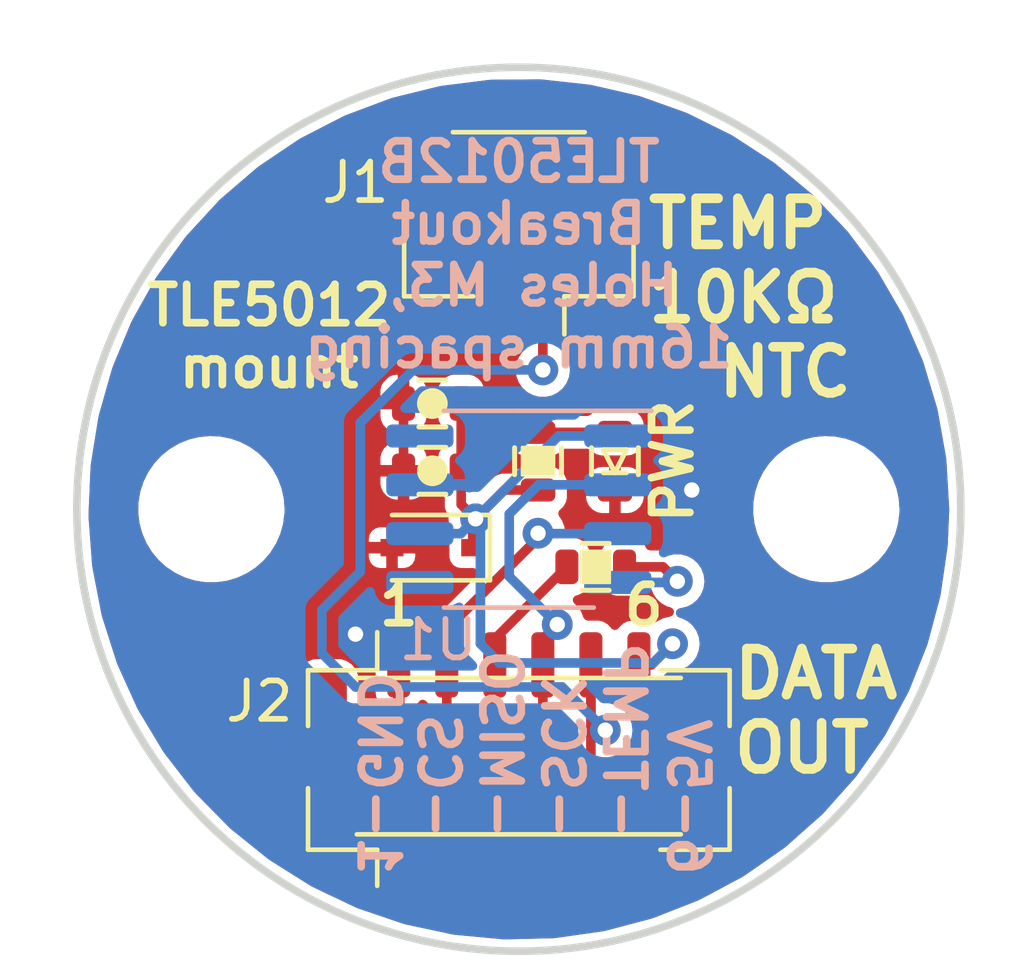
<source format=kicad_pcb>
(kicad_pcb (version 20211014) (generator pcbnew)
  (layers (0 "F.Cu" signal) (31 "B.Cu" signal) (34 "B.Paste" user) (35 "F.Paste" user) (36 "B.SilkS" user "B.Silkscreen") (37 "F.SilkS" user "F.Silkscreen") (38 "B.Mask" user) (39 "F.Mask" user) (44 "Edge.Cuts" user))
  (net 0 "")
  (net 1 "/H2{slash}SSC_DATA")
  (net 2 "GND")
  (net 3 "Net-(R2-Pad2)")
  (net 4 "Net-(D1-PadA)")
  (net 5 "+5V")
  (net 6 "/Temp")
  (net 7 "/H3{slash}CS")
  (net 8 "/H1{slash}SCK")
  (footprint "pkl_dipol:R_0603" (layer "F.Cu") (at 139 81.75 90)
    (fp_text reference "R1")
    (fp_text value "10k")
    (fp_line (start -0.35 -0.61) (end 0.35 -0.61) (layer "F.SilkS") (width 0.13))
    (fp_line (start 0.35 0.61) (end -0.35 0.61) (layer "F.SilkS") (width 0.13))
    (fp_poly (pts (xy 0.375 0.425) (xy 0.375 -0.425) (xy -0.375 -0.425) (xy -0.375 0.425) (xy 0.25 0.425)) (layer "F.SilkS") (width 0.05) (fill solid))
    (pad "1" smd roundrect locked (at -0.75 0 90) (size 0.6 0.9) (layers "F.Cu" "F.Paste" "F.Mask") (net 5 "+5V"))
    (pad "2" smd roundrect locked (at 0.75 0 90) (size 0.6 0.9) (layers "F.Cu" "F.Paste" "F.Mask") (net 4 "Net-(D1-PadA)"))
  )
  (footprint "pkl_dipol:R_0603" (layer "F.Cu") (at 140.5 84.5)
    (fp_text reference "R2")
    (fp_text value "470R")
    (fp_line (start -0.35 -0.61) (end 0.35 -0.61) (layer "F.SilkS") (width 0.13))
    (fp_line (start 0.35 0.61) (end -0.35 0.61) (layer "F.SilkS") (width 0.13))
    (fp_poly (pts (xy 0.375 0.425) (xy 0.375 -0.425) (xy -0.375 -0.425) (xy -0.375 0.425) (xy 0.25 0.425)) (layer "F.SilkS") (width 0.05) (fill solid))
    (pad "1" smd roundrect locked (at -0.75 0) (size 0.6 0.9) (layers "F.Cu" "F.Paste" "F.Mask") (net 1 "/H2{slash}SSC_DATA"))
    (pad "2" smd roundrect locked (at 0.75 0) (size 0.6 0.9) (layers "F.Cu" "F.Paste" "F.Mask") (net 3 "Net-(R2-Pad2)"))
  )
  (footprint "MountingHole:MountingHole_3.2mm_M3" (layer "F.Cu") (at 146.5 83)
    (fp_text reference "H2")
    (fp_text value "MountingHole")
    (pad "" np_thru_hole circle locked (at 0 0) (size 3.2 3.2) (drill 3.2) (layers *.Cu *.Mask))
  )
  (footprint "Connector_JST:JST_GH_BM06B-GHS-TBT_1x06-1MP_P1.25mm_Vertical" (layer "F.Cu") (at 138.5 90)
    (fp_text reference "J2" (at -6.75 -2) (layer "F.SilkS"))
    (fp_text value "Conn_01x06")
    (fp_line (start 5.485 1.86) (end 3.685 1.86) (layer "F.SilkS") (width 0.12))
    (fp_line (start 5.485 0.26) (end 5.485 1.86) (layer "F.SilkS") (width 0.12))
    (fp_line (start -3.685 1.86) (end -3.685 2.8) (layer "F.SilkS") (width 0.12))
    (fp_line (start -4.215 -2.61) (end 4.215 -2.61) (layer "F.SilkS") (width 0.12))
    (fp_line (start -5.485 1.86) (end -3.685 1.86) (layer "F.SilkS") (width 0.12))
    (fp_line (start -5.485 0.26) (end -5.485 1.86) (layer "F.SilkS") (width 0.12))
    (pad "1" smd roundrect locked (at -3.125 1.95) (size 0.6 1.7) (layers "F.Cu" "F.Paste" "F.Mask") (net 2 "GND"))
    (pad "2" smd roundrect locked (at -1.875 1.95) (size 0.6 1.7) (layers "F.Cu" "F.Paste" "F.Mask") (net 7 "/H3{slash}CS"))
    (pad "3" smd roundrect locked (at -0.625 1.95) (size 0.6 1.7) (layers "F.Cu" "F.Paste" "F.Mask") (net 1 "/H2{slash}SSC_DATA"))
    (pad "4" smd roundrect locked (at 0.625 1.95) (size 0.6 1.7) (layers "F.Cu" "F.Paste" "F.Mask") (net 8 "/H1{slash}SCK"))
    (pad "5" smd roundrect locked (at 1.875 1.95) (size 0.6 1.7) (layers "F.Cu" "F.Paste" "F.Mask") (net 6 "/Temp"))
    (pad "6" smd roundrect locked (at 3.125 1.95) (size 0.6 1.7) (layers "F.Cu" "F.Paste" "F.Mask") (net 5 "+5V"))
    (pad "MP" smd roundrect locked (at 4.975 -1.4) (size 1 2.8) (layers "F.Cu" "F.Paste" "F.Mask"))
    (pad "MP" smd roundrect locked (at -4.975 -1.4) (size 1 2.8) (layers "F.Cu" "F.Paste" "F.Mask"))
  )
  (footprint "MountingHole:MountingHole_3.2mm_M3" (layer "F.Cu") (at 130.5 83)
    (fp_text reference "H1")
    (fp_text value "MountingHole")
    (pad "" np_thru_hole circle locked (at 0 0) (size 3.2 3.2) (drill 3.2) (layers *.Cu *.Mask))
  )
  (footprint "Connector_JST:JST_GH_SM02B-GHS-TB_1x02-1MP_P1.25mm_Horizontal" (layer "F.Cu") (at 138.5 75.75 180)
    (fp_text reference "J1" (at 4.25 1.25 180) (layer "F.SilkS"))
    (fp_text value "Conn_01x02")
    (fp_line (start 2.985 -0.26) (end 2.985 -1.71) (layer "F.SilkS") (width 0.12))
    (fp_line (start -1.715 2.56) (end 1.715 2.56) (layer "F.SilkS") (width 0.12))
    (fp_line (start -2.985 -1.71) (end -1.185 -1.71) (layer "F.SilkS") (width 0.12))
    (fp_line (start -1.185 -1.71) (end -1.185 -2.7) (layer "F.SilkS") (width 0.12))
    (fp_line (start 2.985 -1.71) (end 1.185 -1.71) (layer "F.SilkS") (width 0.12))
    (fp_line (start -2.985 -0.26) (end -2.985 -1.71) (layer "F.SilkS") (width 0.12))
    (pad "1" smd roundrect locked (at -0.625 -1.85 180) (size 0.6 1.7) (layers "F.Cu" "F.Paste" "F.Mask") (net 6 "/Temp"))
    (pad "2" smd roundrect locked (at 0.625 -1.85 180) (size 0.6 1.7) (layers "F.Cu" "F.Paste" "F.Mask") (net 2 "GND"))
    (pad "MP" smd roundrect locked (at -2.475 1.35 180) (size 1 2.7) (layers "F.Cu" "F.Paste" "F.Mask"))
    (pad "MP" smd roundrect locked (at 2.475 1.35 180) (size 1 2.7) (layers "F.Cu" "F.Paste" "F.Mask"))
  )
  (footprint "Connector_JST:JST_GH_SM06B-GHS-TB_1x06-1MP_P1.25mm_Horizontal" (layer "F.Cu") (at 138.5 88.9)
    (fp_text reference "J3")
    (fp_text value "Conn_01x06")
    (fp_line (start -4.215 2.56) (end 4.215 2.56) (layer "F.SilkS") (width 0.12))
    (fp_line (start 5.485 -0.26) (end 5.485 -1.71) (layer "F.SilkS") (width 0.12))
    (fp_line (start 5.485 -1.71) (end 3.685 -1.71) (layer "F.SilkS") (width 0.12))
    (fp_line (start -3.685 -1.71) (end -3.685 -2.7) (layer "F.SilkS") (width 0.12))
    (fp_line (start -5.485 -0.26) (end -5.485 -1.71) (layer "F.SilkS") (width 0.12))
    (fp_line (start -5.485 -1.71) (end -3.685 -1.71) (layer "F.SilkS") (width 0.12))
    (pad "1" smd roundrect locked (at -3.125 -1.85) (size 0.6 1.7) (layers "F.Cu" "F.Paste" "F.Mask") (net 2 "GND"))
    (pad "2" smd roundrect locked (at -1.875 -1.85) (size 0.6 1.7) (layers "F.Cu" "F.Paste" "F.Mask") (net 7 "/H3{slash}CS"))
    (pad "3" smd roundrect locked (at -0.625 -1.85) (size 0.6 1.7) (layers "F.Cu" "F.Paste" "F.Mask") (net 1 "/H2{slash}SSC_DATA"))
    (pad "4" smd roundrect locked (at 0.625 -1.85) (size 0.6 1.7) (layers "F.Cu" "F.Paste" "F.Mask") (net 8 "/H1{slash}SCK"))
    (pad "5" smd roundrect locked (at 1.875 -1.85) (size 0.6 1.7) (layers "F.Cu" "F.Paste" "F.Mask") (net 6 "/Temp"))
    (pad "6" smd roundrect locked (at 3.125 -1.85) (size 0.6 1.7) (layers "F.Cu" "F.Paste" "F.Mask") (net 5 "+5V"))
    (pad "MP" smd roundrect locked (at -4.975 1.35) (size 1 2.7) (layers "F.Cu" "F.Paste" "F.Mask"))
    (pad "MP" smd roundrect locked (at 4.975 1.35) (size 1 2.7) (layers "F.Cu" "F.Paste" "F.Mask"))
  )
  (footprint "pkl_dipol:D_0603" (layer "F.Cu") (at 141 81.75 90)
    (fp_text reference "D1")
    (fp_text value "GREEN LED")
    (fp_line (start 0.3 0.3) (end -0.3 0) (layer "F.SilkS") (width 0.13))
    (fp_line (start 0.3 -0.3) (end 0.3 0.3) (layer "F.SilkS") (width 0.13))
    (fp_line (start 0.35 0.61) (end -0.35 0.61) (layer "F.SilkS") (width 0.13))
    (fp_line (start -0.3 -0.3) (end -0.3 0.3) (layer "F.SilkS") (width 0.13))
    (fp_line (start -0.3 0) (end 0.3 -0.3) (layer "F.SilkS") (width 0.13))
    (fp_line (start -0.35 -0.61) (end 0.35 -0.61) (layer "F.SilkS") (width 0.13))
    (pad "A" smd roundrect locked (at 0.75 0 270) (size 0.6 0.9) (layers "F.Cu" "F.Paste" "F.Mask") (net 4 "Net-(D1-PadA)"))
    (pad "C" smd roundrect locked (at -0.75 0 270) (size 0.6 0.9) (layers "F.Cu" "F.Paste" "F.Mask") (net 2 "GND"))
  )
  (footprint "Diode_SMD:D_SOD-323" (layer "F.Cu") (at 136.25 84 180)
    (fp_text reference "D2")
    (fp_text value "SD05-01FTG")
    (fp_line (start -1.5 0.85) (end 1.05 0.85) (layer "F.SilkS") (width 0.12))
    (fp_line (start -1.5 -0.85) (end -1.5 0.85) (layer "F.SilkS") (width 0.12))
    (fp_line (start -1.5 -0.85) (end 1.05 -0.85) (layer "F.SilkS") (width 0.12))
    (pad "1" smd rect locked (at -1.05 0 180) (size 0.6 0.45) (layers "F.Cu" "F.Paste" "F.Mask") (net 5 "+5V"))
    (pad "2" smd rect locked (at 1.05 0 180) (size 0.6 0.45) (layers "F.Cu" "F.Paste" "F.Mask") (net 2 "GND"))
  )
  (footprint "pkl_dipol:C_0603" (layer "F.Cu") (at 136.25 80.25 180)
    (fp_text reference "C1")
    (fp_text value "1uf")
    (fp_line (start 0.35 0.61) (end -0.35 0.61) (layer "F.SilkS") (width 0.13))
    (fp_line (start -0.35 -0.61) (end 0.35 -0.61) (layer "F.SilkS") (width 0.13))
    (fp_circle (center 0 0) (end 0.2 0) (layer "F.SilkS") (width 0.4) (fill none))
    (pad "1" smd roundrect locked (at -0.75 0 180) (size 0.6 0.9) (layers "F.Cu" "F.Paste" "F.Mask") (net 5 "+5V"))
    (pad "2" smd roundrect locked (at 0.75 0 180) (size 0.6 0.9) (layers "F.Cu" "F.Paste" "F.Mask") (net 2 "GND"))
  )
  (footprint "pkl_dipol:C_0603" (layer "F.Cu") (at 136.25 82 180)
    (fp_text reference "C2")
    (fp_text value "4.7uf")
    (fp_line (start 0.35 0.61) (end -0.35 0.61) (layer "F.SilkS") (width 0.13))
    (fp_line (start -0.35 -0.61) (end 0.35 -0.61) (layer "F.SilkS") (width 0.13))
    (fp_circle (center 0 0) (end 0.2 0) (layer "F.SilkS") (width 0.4) (fill none))
    (pad "1" smd roundrect locked (at -0.75 0 180) (size 0.6 0.9) (layers "F.Cu" "F.Paste" "F.Mask") (net 5 "+5V"))
    (pad "2" smd roundrect locked (at 0.75 0 180) (size 0.6 0.9) (layers "F.Cu" "F.Paste" "F.Mask") (net 2 "GND"))
  )
  (footprint "Package_SO:SO-8_3.9x4.9mm_P1.27mm" (layer "B.Cu") (at 138.5 83 180)
    (fp_text reference "U1" (at 2.1 -3.4) (layer "B.SilkS") (effects (justify mirror)))
    (fp_text value "TLE5012")
    (fp_line (start 0 2.56) (end -3.45 2.56) (layer "B.SilkS") (width 0.12))
    (fp_line (start 0 -2.56) (end 1.95 -2.56) (layer "B.SilkS") (width 0.12))
    (fp_line (start 0 -2.56) (end -1.95 -2.56) (layer "B.SilkS") (width 0.12))
    (fp_line (start 0 2.56) (end 1.95 2.56) (layer "B.SilkS") (width 0.12))
    (pad "1" smd roundrect locked (at -2.575 1.905 180) (size 1.75 0.6) (layers "B.Cu" "B.Paste" "B.Mask") (net 5 "+5V"))
    (pad "2" smd roundrect locked (at -2.575 0.635 180) (size 1.75 0.6) (layers "B.Cu" "B.Paste" "B.Mask") (net 8 "/H1{slash}SCK"))
    (pad "3" smd roundrect locked (at -2.575 -0.635 180) (size 1.75 0.6) (layers "B.Cu" "B.Paste" "B.Mask") (net 7 "/H3{slash}CS"))
    (pad "4" smd roundrect locked (at -2.575 -1.905 180) (size 1.75 0.6) (layers "B.Cu" "B.Paste" "B.Mask") (net 3 "Net-(R2-Pad2)"))
    (pad "5" smd roundrect locked (at 2.575 -1.905 180) (size 1.75 0.6) (layers "B.Cu" "B.Paste" "B.Mask"))
    (pad "6" smd roundrect locked (at 2.575 -0.635 180) (size 1.75 0.6) (layers "B.Cu" "B.Paste" "B.Mask") (net 5 "+5V"))
    (pad "7" smd roundrect locked (at 2.575 0.635 180) (size 1.75 0.6) (layers "B.Cu" "B.Paste" "B.Mask") (net 2 "GND"))
    (pad "8" smd roundrect locked (at 2.575 1.905 180) (size 1.75 0.6) (layers "B.Cu" "B.Paste" "B.Mask"))
  )
  (gr_circle (center 138.5 83) (end 150 83) (layer "Edge.Cuts") (width 0.2) (fill none))
  (gr_text "TLE5012B\nBreakout\nHoles M3, \n16mm spacing" (at 138.5 76.375) (layer "B.SilkS") (effects (font (size 1 1) (thickness 0.2)) (justify mirror)))
  (gr_text "\n -TEMP\n -SCK\n -MISO\n -CS\n" (at 139.625 92.4375 270) (layer "B.SilkS") (effects (font (size 1 1) (thickness 0.2)) (justify left mirror)))
  (gr_text "6-5V\n\n\n\n\n1-GND" (at 138.875 92.625 270) (layer "B.SilkS") (effects (font (size 1 1) (thickness 0.2)) (justify left mirror)))
  (gr_text "DATA\nOUT\n" (at 143.985 88.25) (layer "F.SilkS") (effects (font (size 1.2 1.2) (thickness 0.25)) (justify left)))
  (gr_text "6" (at 141.75 85.5) (layer "F.SilkS") (effects (font (size 1 1) (thickness 0.2))))
  (gr_text "TLE5012\nmount" (at 132 78.5) (layer "F.SilkS") (effects (font (size 1 1) (thickness 0.2))))
  (gr_text "TEMP\n10KΩ\n  NTC" (at 141.75 77.5) (layer "F.SilkS") (effects (font (size 1.2 1.2) (thickness 0.25)) (justify left)))
  (gr_text "1" (at 135.375 85.5) (layer "F.SilkS") (effects (font (size 1 1) (thickness 0.2))))
  (gr_text "PWR" (at 142.5 81.75 90) (layer "F.SilkS") (effects (font (size 1 1) (thickness 0.2))))
  (segment (start 137.875 86.375) (end 139.75 84.5) (width 0.25) (layer "F.Cu") (net 1))
  (segment (start 137.875 91.95) (end 137.875 87.05) (width 0.25) (layer "F.Cu") (net 1))
  (segment (start 137.875 87.05) (end 137.875 86.375) (width 0.25) (layer "F.Cu") (net 1))
  (segment (start 137.875 77.6) (end 136.9 77.6) (width 0.25) (layer "F.Cu") (net 2))
  (segment (start 134.25 84.125) (end 134.25 83.75) (width 0.25) (layer "F.Cu") (net 2))
  (segment (start 134.25 81.225) (end 134.25 83.75) (width 0.25) (layer "F.Cu") (net 2))
  (segment (start 135.5 80.25) (end 135.5 82) (width 0.25) (layer "F.Cu") (net 2))
  (segment (start 134.575 87.05) (end 134.25 86.725) (width 0.25) (layer "F.Cu") (net 2))
  (segment (start 134.25 86.725) (end 134.25 86.25) (width 0.25) (layer "F.Cu") (net 2))
  (segment (start 134.25 80.25) (end 134.25 81.225) (width 0.25) (layer "F.Cu") (net 2))
  (segment (start 135.375 87.05) (end 134.575 87.05) (width 0.25) (layer "F.Cu") (net 2))
  (segment (start 134.25 86.25) (end 134.25 84.125) (width 0.25) (layer "F.Cu") (net 2))
  (segment (start 141 82.5) (end 143 82.5) (width 0.25) (layer "F.Cu") (net 2))
  (segment (start 136.9 77.6) (end 134.25 80.25) (width 0.25) (layer "F.Cu") (net 2))
  (segment (start 135.375 91.95) (end 135.375 87.05) (width 0.25) (layer "F.Cu") (net 2))
  (via (at 143 82.5) (size 0.8) (drill 0.4) (layers "F.Cu" "B.Cu") (net 2))
  (via (at 134.25 86.25) (size 0.8) (drill 0.4) (layers "F.Cu" "B.Cu") (net 2))
  (segment (start 141.25 84.5) (end 142.25 84.5) (width 0.25) (layer "F.Cu") (net 3))
  (segment (start 142.25 84.5) (end 142.625 84.875) (width 0.25) (layer "F.Cu") (net 3))
  (via (at 142.625 84.875) (size 0.8) (drill 0.4) (layers "F.Cu" "B.Cu") (net 3))
  (segment (start 141.075 84.905) (end 142.595 84.905) (width 0.25) (layer "B.Cu") (net 3))
  (segment (start 142.595 84.905) (end 142.625 84.875) (width 0.25) (layer "B.Cu") (net 3))
  (segment (start 141 81) (end 139 81) (width 0.25) (layer "F.Cu") (net 4))
  (segment (start 137 82) (end 137 80.25) (width 0.25) (layer "F.Cu") (net 5))
  (segment (start 141.625 91.95) (end 141.625 87.05) (width 0.25) (layer "F.Cu") (net 5))
  (segment (start 141.95 87.05) (end 142.5 86.5) (width 0.25) (layer "F.Cu") (net 5))
  (segment (start 138.125 82.5) (end 137.375 83.25) (width 0.25) (layer "F.Cu") (net 5))
  (segment (start 137 82) (end 137 82.875) (width 0.25) (layer "F.Cu") (net 5))
  (segment (start 139 82.5) (end 138.125 82.5) (width 0.25) (layer "F.Cu") (net 5))
  (segment (start 141.625 87.05) (end 141.95 87.05) (width 0.25) (layer "F.Cu") (net 5))
  (segment (start 137.3 83.325) (end 137.3 84) (width 0.25) (layer "F.Cu") (net 5))
  (segment (start 137.375 83.25) (end 137.3 83.325) (width 0.25) (layer "F.Cu") (net 5))
  (segment (start 137 82.875) (end 137.375 83.25) (width 0.25) (layer "F.Cu") (net 5))
  (via (at 137.375 83.25) (size 0.8) (drill 0.4) (layers "F.Cu" "B.Cu") (net 5))
  (via (at 142.5 86.5) (size 0.8) (drill 0.4) (layers "F.Cu" "B.Cu") (net 5))
  (segment (start 138 87) (end 142 87) (width 0.25) (layer "B.Cu") (net 5))
  (segment (start 136.99 83.635) (end 137.375 83.25) (width 0.25) (layer "B.Cu") (net 5))
  (segment (start 137.5 86.5) (end 138 87) (width 0.25) (layer "B.Cu") (net 5))
  (segment (start 137.375 83.25) (end 137.5 83.375) (width 0.25) (layer "B.Cu") (net 5))
  (segment (start 135.925 83.635) (end 136.99 83.635) (width 0.25) (layer "B.Cu") (net 5))
  (segment (start 142 87) (end 142.5 86.5) (width 0.25) (layer "B.Cu") (net 5))
  (segment (start 141.075 81.095) (end 139.53 81.095) (width 0.25) (layer "B.Cu") (net 5))
  (segment (start 137.5 83.375) (end 137.5 86.5) (width 0.25) (layer "B.Cu") (net 5))
  (segment (start 139.53 81.095) (end 137.375 83.25) (width 0.25) (layer "B.Cu") (net 5))
  (segment (start 140.375 87.05) (end 140.375 88.375) (width 0.25) (layer "F.Cu") (net 6))
  (segment (start 139.125 77.6) (end 139.125 79.375) (width 0.25) (layer "F.Cu") (net 6))
  (segment (start 140.375 91.95) (end 140.375 87.05) (width 0.25) (layer "F.Cu") (net 6))
  (segment (start 140.375 88.375) (end 140.75 88.75) (width 0.25) (layer "F.Cu") (net 6))
  (via (at 139.125 79.375) (size 0.8) (drill 0.4) (layers "F.Cu" "B.Cu") (net 6))
  (via (at 140.75 88.75) (size 0.8) (drill 0.4) (layers "F.Cu" "B.Cu") (net 6))
  (segment (start 139.625 87.625) (end 134.25 87.625) (width 0.25) (layer "B.Cu") (net 6))
  (segment (start 134.375 84.625) (end 134.375 80.75) (width 0.25) (layer "B.Cu") (net 6))
  (segment (start 140.75 88.75) (end 139.625 87.625) (width 0.25) (layer "B.Cu") (net 6))
  (segment (start 133.375 85.625) (end 134.375 84.625) (width 0.25) (layer "B.Cu") (net 6))
  (segment (start 133.375 86.75) (end 133.375 85.625) (width 0.25) (layer "B.Cu") (net 6))
  (segment (start 134.25 87.625) (end 133.375 86.75) (width 0.25) (layer "B.Cu") (net 6))
  (segment (start 134.375 80.75) (end 135.75 79.375) (width 0.25) (layer "B.Cu") (net 6))
  (segment (start 135.75 79.375) (end 139.125 79.375) (width 0.25) (layer "B.Cu") (net 6))
  (segment (start 139 83.625) (end 139 83.75) (width 0.25) (layer "F.Cu") (net 7))
  (segment (start 139 83.75) (end 136.625 86.125) (width 0.25) (layer "F.Cu") (net 7))
  (segment (start 136.625 91.95) (end 136.625 87.05) (width 0.25) (layer "F.Cu") (net 7))
  (segment (start 136.625 86.125) (end 136.625 87.05) (width 0.25) (layer "F.Cu") (net 7))
  (via (at 139 83.625) (size 0.8) (drill 0.4) (layers "F.Cu" "B.Cu") (net 7))
  (segment (start 139.01 83.635) (end 141.075 83.635) (width 0.25) (layer "B.Cu") (net 7))
  (segment (start 139 83.625) (end 139.01 83.635) (width 0.25) (layer "B.Cu") (net 7))
  (segment (start 139.125 87.05) (end 139.125 86.375) (width 0.25) (layer "F.Cu") (net 8))
  (segment (start 139.125 86.375) (end 139.5 86) (width 0.25) (layer "F.Cu") (net 8))
  (segment (start 139.125 91.95) (end 139.125 87.05) (width 0.25) (layer "F.Cu") (net 8))
  (via (at 139.5 86) (size 0.8) (drill 0.4) (layers "F.Cu" "B.Cu") (net 8))
  (segment (start 139.01 82.365) (end 138.25 83.125) (width 0.25) (layer "B.Cu") (net 8))
  (segment (start 141.075 82.365) (end 139.01 82.365) (width 0.25) (layer "B.Cu") (net 8))
  (segment (start 138.5 85) (end 139.5 86) (width 0.25) (layer "B.Cu") (net 8))
  (segment (start 138.25 83.125) (end 138.25 84.75) (width 0.25) (layer "B.Cu") (net 8))
  (segment (start 138.25 84.75) (end 138.5 85) (width 0.25) (layer "B.Cu") (net 8))
  (zone (net 2) (net_name "GND") (layers F&B.Cu) (connect_pads (clearance 0.3)) (min_thickness 0.254) (fill yes (thermal_gap 0.3) (thermal_bridge_width 0.3) (smoothing fillet) (radius 1))
    (polygon (pts (xy 151.25 95.25) (xy 125 95.25) (xy 125 69.75) (xy 151.25 69.75)))
  )
)
</source>
